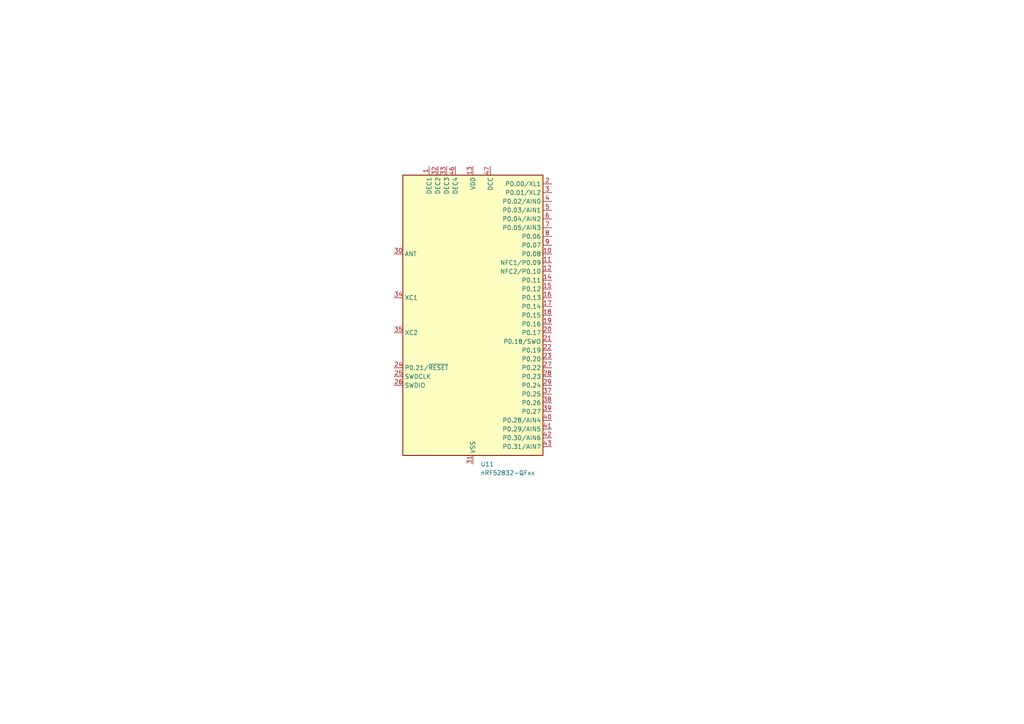
<source format=kicad_sch>
(kicad_sch (version 20231120) (generator "eeschema") (generator_version "8.0")
  (paper "A4")
  (lib_symbols
    (symbol "MCU_Nordic:nRF52832-QFxx"
      (property "Reference" "U" (at 0 1.27 0))
      (property "Value" "nRF52832-QFxx" (at 0 -1.27 0))
      (symbol "nRF52832-QFxx_0_1"
        (rectangle (start -20.32 40.64) (end 20.32 -40.64) (stroke (width 0.254)) (fill (type background)))
      )
      (symbol "nRF52832-QFxx_1_1"
        (pin passive line (at -12.7 43.18 270) (length 2.54) (name "DEC1") (number "1"))
        (pin bidirectional line (at 22.86 17.78 180) (length 2.54) (name "P0.08") (number "10"))
        (pin bidirectional line (at 22.86 15.24 180) (length 2.54) (name "NFC1/P0.09") (number "11"))
        (pin bidirectional line (at 22.86 12.7 180) (length 2.54) (name "NFC2/P0.10") (number "12"))
        (pin power_in line (at 0 43.18 270) (length 2.54) (name "VDD") (number "13"))
        (pin bidirectional line (at 22.86 10.16 180) (length 2.54) (name "P0.11") (number "14"))
        (pin bidirectional line (at 22.86 7.62 180) (length 2.54) (name "P0.12") (number "15"))
        (pin bidirectional line (at 22.86 5.08 180) (length 2.54) (name "P0.13") (number "16"))
        (pin bidirectional line (at 22.86 2.54 180) (length 2.54) (name "P0.14") (number "17"))
        (pin bidirectional line (at 22.86 0 180) (length 2.54) (name "P0.15") (number "18"))
        (pin bidirectional line (at 22.86 -2.54 180) (length 2.54) (name "P0.16") (number "19"))
        (pin bidirectional line (at 22.86 38.1 180) (length 2.54) (name "P0.00/XL1") (number "2"))
        (pin bidirectional line (at 22.86 -5.08 180) (length 2.54) (name "P0.17") (number "20"))
        (pin bidirectional line (at 22.86 -7.62 180) (length 2.54) (name "P0.18/SWO") (number "21"))
        (pin bidirectional line (at 22.86 -10.16 180) (length 2.54) (name "P0.19") (number "22"))
        (pin bidirectional line (at 22.86 -12.7 180) (length 2.54) (name "P0.20") (number "23"))
        (pin bidirectional line (at -22.86 -15.24 0) (length 2.54) (name "P0.21/~{RESET}") (number "24"))
        (pin input line (at -22.86 -17.78 0) (length 2.54) (name "SWDCLK") (number "25"))
        (pin bidirectional line (at -22.86 -20.32 0) (length 2.54) (name "SWDIO") (number "26"))
        (pin bidirectional line (at 22.86 -15.24 180) (length 2.54) (name "P0.22") (number "27"))
        (pin bidirectional line (at 22.86 -17.78 180) (length 2.54) (name "P0.23") (number "28"))
        (pin bidirectional line (at 22.86 -20.32 180) (length 2.54) (name "P0.24") (number "29"))
        (pin bidirectional line (at 22.86 35.56 180) (length 2.54) (name "P0.01/XL2") (number "3"))
        (pin passive line (at -22.86 17.78 0) (length 2.54) (name "ANT") (number "30"))
        (pin power_in line (at 0 -43.18 90) (length 2.54) (name "VSS") (number "31"))
        (pin passive line (at -10.16 43.18 270) (length 2.54) (name "DEC2") (number "32"))
        (pin passive line (at -7.62 43.18 270) (length 2.54) (name "DEC3") (number "33"))
        (pin input line (at -22.86 5.08 0) (length 2.54) (name "XC1") (number "34"))
        (pin input line (at -22.86 -5.08 0) (length 2.54) (name "XC2") (number "35"))
        (pin passive line (at 0 43.18 270) (length 2.54) hide (name "VDD") (number "36"))
        (pin bidirectional line (at 22.86 -22.86 180) (length 2.54) (name "P0.25") (number "37"))
        (pin bidirectional line (at 22.86 -25.4 180) (length 2.54) (name "P0.26") (number "38"))
        (pin bidirectional line (at 22.86 -27.94 180) (length 2.54) (name "P0.27") (number "39"))
        (pin bidirectional line (at 22.86 33.02 180) (length 2.54) (name "P0.02/AIN0") (number "4"))
        (pin bidirectional line (at 22.86 -30.48 180) (length 2.54) (name "P0.28/AIN4") (number "40"))
        (pin bidirectional line (at 22.86 -33.02 180) (length 2.54) (name "P0.29/AIN5") (number "41"))
        (pin bidirectional line (at 22.86 -35.56 180) (length 2.54) (name "P0.30/AIN6") (number "42"))
        (pin bidirectional line (at 22.86 -38.1 180) (length 2.54) (name "P0.31/AIN7") (number "43"))
        (pin no_connect line (at -20.32 -30.48 0) (length 2.54) hide (name "NC") (number "44"))
        (pin passive line (at 0 -43.18 90) (length 2.54) hide (name "VSS") (number "45"))
        (pin passive line (at -5.08 43.18 270) (length 2.54) (name "DEC4") (number "46"))
        (pin power_out line (at 5.08 43.18 270) (length 2.54) (name "DCC") (number "47"))
        (pin passive line (at 0 43.18 270) (length 2.54) hide (name "VDD") (number "48"))
        (pin passive line (at 0 -43.18 90) (length 2.54) hide (name "VSS") (number "49"))
        (pin bidirectional line (at 22.86 30.48 180) (length 2.54) (name "P0.03/AIN1") (number "5"))
        (pin bidirectional line (at 22.86 27.94 180) (length 2.54) (name "P0.04/AIN2") (number "6"))
        (pin bidirectional line (at 22.86 25.4 180) (length 2.54) (name "P0.05/AIN3") (number "7"))
        (pin bidirectional line (at 22.86 22.86 180) (length 2.54) (name "P0.06") (number "8"))
        (pin bidirectional line (at 22.86 20.32 180) (length 2.54) (name "P0.07") (number "9"))
      )
    )
  )
  (symbol (lib_id "MCU_Nordic:nRF52832-QFxx") (at 137.16 91.44 0) (unit 1)
    (property "Reference" "U11" (at 139.3541 134.62 0) (effects (justify left)))
    (property "Value" "nRF52832-QFxx" (at 139.3541 137.16 0) (effects (justify left)))
    (property "Footprint" "Package_DFN_QFN:QFN-48-1EP_6x6mm_P0.4mm_EP4.6x4.6mm" (effects (hide yes)))
    (property "Datasheet" "http://infocenter.nordicsemi.com/pdf/nRF52832_PS_v1.4.pdf" (effects (hide yes)))
    (property "Description" "Multiprotocol BLE/2.4GHz Cortex-M4 SoC, QFN-48" (effects (hide yes)))
  )
)
</source>
